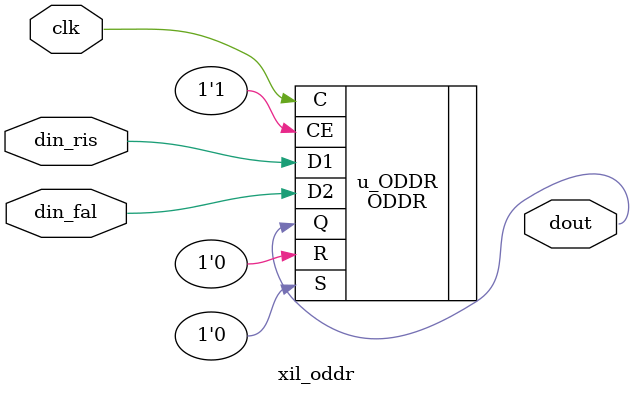
<source format=v>
/* ****************************************************************************
-- (C) Copyright 2018 Kevin M. Hubbard - All rights reserved.
-- Source file: xil_oddr.v 
-- Date:        May 2018 
-- Author:      khubbard
-- Language:    Verilog-2001
-- Simulation:  Mentor-Modelsim
-- Synthesis:   Xilinx-Vivado
-- License:     This project is licensed with the CERN Open Hardware Licence
--              v1.2.  You may redistribute and modify this project under the
--              terms of the CERN OHL v.1.2. (http://ohwr.org/cernohl).
--              This project is distributed WITHOUT ANY EXPRESS OR IMPLIED
--              WARRANTY, INCLUDING OF MERCHANTABILITY, SATISFACTORY QUALITY
--              AND FITNESS FOR A PARTICULAR PURPOSE. Please see the CERN OHL
--              v.1.2 for applicable Conditions.
-- Description: Xilinx 7-Series IDDR DDR input flop
-- Note: 100ns Power On Reset requirement until functional
-- Timing Diagram for SAME_EDGE_PIPELINED
--     |100ns|
-- clk ______/    \____/    \____/    \____/    \
-- din_ris  ---------< 0       >< 2      >----
-- din_fal  ---------< 1       >< 3      >----
-- dout     -----------< 0 >< 1 >< 2 >< 3 >----
-- ************************************************************************* */
`timescale 1 ns/ 100 ps
module xil_oddr
(
  input  wire  clk,
  input  wire  din_ris,
  input  wire  din_fal,
  output wire  dout
);// 


// ODDR: Output Double Data Rate Output Register with Set, Reset
// and Clock Enable.
// 7 Series Xilinx HDL Libraries Guide, version 2016.2
ODDR #
(
  .DDR_CLK_EDGE("SAME_EDGE"), // "OPPOSITE_EDGE" or "SAME_EDGE"
  .INIT(1'b0), // Initial value of Q: 1’b0 or 1’b1
  .SRTYPE("SYNC") // Set/Reset type: "SYNC" or "ASYNC"
) u_ODDR 
(
  .Q(  dout),     // 1-bit DDR output
  .C(  clk ),     // 1-bit clock input
  .CE( 1'b1),     // 1-bit clock enable input
  .D1( din_ris ), // 1-bit data input (positive edge)
  .D2( din_fal ), // 1-bit data input (negative edge)
  .R(  1'b0),     // 1-bit reset
  .S(  1'b0)      // 1-bit set
);
// End of ODDR_inst instantiation


endmodule

</source>
